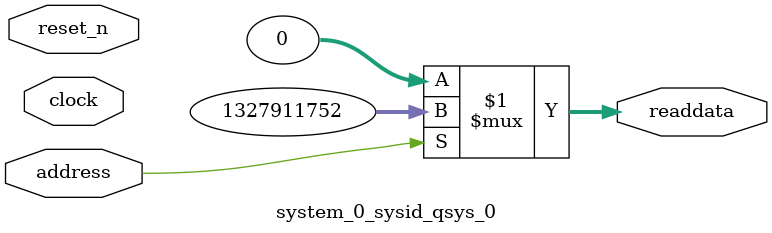
<source format=v>

`timescale 1ns / 1ps
// synthesis translate_on

// turn off superfluous verilog processor warnings 
// altera message_level Level1 
// altera message_off 10034 10035 10036 10037 10230 10240 10030 

module system_0_sysid_qsys_0 (
               // inputs:
                address,
                clock,
                reset_n,

               // outputs:
                readdata
             )
;

  output  [ 31: 0] readdata;
  input            address;
  input            clock;
  input            reset_n;

  wire    [ 31: 0] readdata;
  //control_slave, which is an e_avalon_slave
  assign readdata = address ? 1327911752 : 0;

endmodule




</source>
